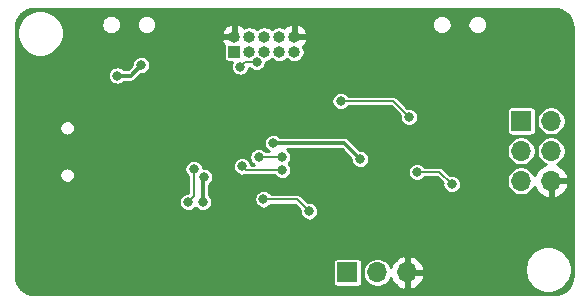
<source format=gbl>
%TF.GenerationSoftware,KiCad,Pcbnew,(5.1.10-1-10_14)*%
%TF.CreationDate,2021-09-25T17:03:40-04:00*%
%TF.ProjectId,WetProgrammer,57657450-726f-4677-9261-6d6d65722e6b,rev?*%
%TF.SameCoordinates,Original*%
%TF.FileFunction,Copper,L2,Bot*%
%TF.FilePolarity,Positive*%
%FSLAX46Y46*%
G04 Gerber Fmt 4.6, Leading zero omitted, Abs format (unit mm)*
G04 Created by KiCad (PCBNEW (5.1.10-1-10_14)) date 2021-09-25 17:03:40*
%MOMM*%
%LPD*%
G01*
G04 APERTURE LIST*
%TA.AperFunction,ComponentPad*%
%ADD10O,1.700000X1.700000*%
%TD*%
%TA.AperFunction,ComponentPad*%
%ADD11R,1.700000X1.700000*%
%TD*%
%TA.AperFunction,ComponentPad*%
%ADD12R,1.000000X1.000000*%
%TD*%
%TA.AperFunction,ComponentPad*%
%ADD13O,1.000000X1.000000*%
%TD*%
%TA.AperFunction,ViaPad*%
%ADD14C,0.800000*%
%TD*%
%TA.AperFunction,Conductor*%
%ADD15C,0.304800*%
%TD*%
%TA.AperFunction,Conductor*%
%ADD16C,0.152400*%
%TD*%
%TA.AperFunction,Conductor*%
%ADD17C,0.254000*%
%TD*%
%TA.AperFunction,Conductor*%
%ADD18C,0.100000*%
%TD*%
G04 APERTURE END LIST*
D10*
%TO.P,J2,6*%
%TO.N,GND*%
X45750000Y10000000D03*
%TO.P,J2,5*%
%TO.N,/DutRst*%
X43210000Y10000000D03*
%TO.P,J2,4*%
%TO.N,Net-(J2-Pad4)*%
X45750000Y12540000D03*
%TO.P,J2,3*%
%TO.N,Net-(J2-Pad3)*%
X43210000Y12540000D03*
%TO.P,J2,2*%
%TO.N,/VProg*%
X45750000Y15080000D03*
D11*
%TO.P,J2,1*%
%TO.N,Net-(J2-Pad1)*%
X43210000Y15080000D03*
%TD*%
D12*
%TO.P,JPROG1,1*%
%TO.N,/TCK*%
X18923000Y20955000D03*
D13*
%TO.P,JPROG1,2*%
%TO.N,GND*%
X18923000Y22225000D03*
%TO.P,JPROG1,3*%
%TO.N,/TDO*%
X20193000Y20955000D03*
%TO.P,JPROG1,4*%
%TO.N,VCC*%
X20193000Y22225000D03*
%TO.P,JPROG1,5*%
%TO.N,/TMS*%
X21463000Y20955000D03*
%TO.P,JPROG1,6*%
%TO.N,/RstP*%
X21463000Y22225000D03*
%TO.P,JPROG1,7*%
%TO.N,Net-(JPROG1-Pad7)*%
X22733000Y20955000D03*
%TO.P,JPROG1,8*%
%TO.N,Net-(JPROG1-Pad8)*%
X22733000Y22225000D03*
%TO.P,JPROG1,9*%
%TO.N,/TDI*%
X24003000Y20955000D03*
%TO.P,JPROG1,10*%
%TO.N,GND*%
X24003000Y22225000D03*
%TD*%
D10*
%TO.P,J3,3*%
%TO.N,GND*%
X33580000Y2250000D03*
%TO.P,J3,2*%
%TO.N,/RXI*%
X31040000Y2250000D03*
D11*
%TO.P,J3,1*%
%TO.N,/TXO*%
X28500000Y2250000D03*
%TD*%
D14*
%TO.N,GND*%
X38000000Y23241000D03*
X1000000Y12500000D03*
X1000000Y8500000D03*
X1000000Y16500000D03*
X1000000Y17500000D03*
X1000000Y15500000D03*
X1000000Y9500000D03*
X1000000Y7500000D03*
X6500000Y7500000D03*
X5500000Y7500000D03*
X4500000Y7500000D03*
X25865835Y8489407D03*
X29567062Y9737790D03*
X33909562Y11817461D03*
X17438386Y8127781D03*
X4500000Y17500000D03*
X5500000Y17500000D03*
X6500000Y17500000D03*
X22230282Y19497828D03*
X8826500Y2382000D03*
X8763000Y1048498D03*
X11675000Y13250000D03*
X19456400Y3708400D03*
X23977600Y1879600D03*
X15684500Y21421790D03*
X10058400Y23164800D03*
%TO.N,VCC*%
X29591000Y11874500D03*
X16256000Y8213790D03*
X22225000Y13208000D03*
X16383000Y10347390D03*
%TO.N,+3V3*%
X9017000Y18923000D03*
X11049000Y19812000D03*
%TO.N,/DutRst*%
X34388764Y10757140D03*
X37338000Y9721269D03*
X22987000Y10922000D03*
X19573563Y11242610D03*
%TO.N,Net-(JP2-Pad1)*%
X33718500Y15430500D03*
X27940000Y16764000D03*
%TO.N,/MISO*%
X21399500Y8445500D03*
X25273000Y7429500D03*
%TO.N,/RstP*%
X22961600Y12039600D03*
X20980400Y12039600D03*
X15494000Y11023600D03*
X15036800Y8229600D03*
%TO.N,/TMS*%
X20819132Y20050587D03*
X19431000Y19685000D03*
%TD*%
D15*
%TO.N,VCC*%
X16256000Y8213790D02*
X16256000Y10223500D01*
X22225000Y13208000D02*
X28257500Y13208000D01*
X28257500Y13208000D02*
X29591000Y11874500D01*
D16*
X16379890Y10347390D02*
X16383000Y10347390D01*
X16256000Y10223500D02*
X16379890Y10347390D01*
D15*
%TO.N,+3V3*%
X10160000Y18923000D02*
X11049000Y19812000D01*
X9017000Y18923000D02*
X10160000Y18923000D01*
D16*
%TO.N,/DutRst*%
X37338000Y9721269D02*
X36302129Y10757140D01*
X36302129Y10757140D02*
X34388764Y10757140D01*
X19894173Y10922000D02*
X19573563Y11242610D01*
X22987000Y10922000D02*
X19894173Y10922000D01*
%TO.N,Net-(JP2-Pad1)*%
X32385000Y16764000D02*
X33718500Y15430500D01*
X27940000Y16764000D02*
X32385000Y16764000D01*
%TO.N,/MISO*%
X24257000Y8445500D02*
X25273000Y7429500D01*
X21399500Y8445500D02*
X24257000Y8445500D01*
%TO.N,/RstP*%
X22961600Y12039600D02*
X20980400Y12039600D01*
X15494000Y8686800D02*
X15036800Y8229600D01*
X15494000Y11023600D02*
X15494000Y8686800D01*
%TO.N,/TMS*%
X19796587Y20050587D02*
X19431000Y19685000D01*
X20819132Y20050587D02*
X19796587Y20050587D01*
%TD*%
D17*
%TO.N,GND*%
X46309229Y24561733D02*
X46606688Y24471925D01*
X46881028Y24326055D01*
X47121813Y24129675D01*
X47319873Y23890264D01*
X47467654Y23616947D01*
X47559535Y23320128D01*
X47594001Y22992208D01*
X47594000Y2019854D01*
X47561733Y1690770D01*
X47471926Y1393316D01*
X47326056Y1118975D01*
X47129675Y878187D01*
X46890265Y680129D01*
X46616948Y532346D01*
X46320128Y440465D01*
X45992218Y406000D01*
X2019854Y406000D01*
X1690770Y438267D01*
X1393316Y528074D01*
X1118975Y673944D01*
X878187Y870325D01*
X680129Y1109735D01*
X532346Y1383052D01*
X440465Y1679872D01*
X406000Y2007782D01*
X406000Y3100000D01*
X27267157Y3100000D01*
X27267157Y1400000D01*
X27274513Y1325311D01*
X27296299Y1253492D01*
X27331678Y1187304D01*
X27379289Y1129289D01*
X27437304Y1081678D01*
X27503492Y1046299D01*
X27575311Y1024513D01*
X27650000Y1017157D01*
X29350000Y1017157D01*
X29424689Y1024513D01*
X29496508Y1046299D01*
X29562696Y1081678D01*
X29620711Y1129289D01*
X29668322Y1187304D01*
X29703701Y1253492D01*
X29725487Y1325311D01*
X29732843Y1400000D01*
X29732843Y2371243D01*
X29809000Y2371243D01*
X29809000Y2128757D01*
X29856307Y1890931D01*
X29949102Y1666903D01*
X30083820Y1465283D01*
X30255283Y1293820D01*
X30456903Y1159102D01*
X30680931Y1066307D01*
X30918757Y1019000D01*
X31161243Y1019000D01*
X31399069Y1066307D01*
X31623097Y1159102D01*
X31824717Y1293820D01*
X31996180Y1465283D01*
X32130898Y1666903D01*
X32178228Y1781168D01*
X32235843Y1618748D01*
X32384822Y1368645D01*
X32579731Y1152412D01*
X32813080Y978359D01*
X33075901Y853175D01*
X33223110Y808524D01*
X33453000Y929845D01*
X33453000Y2123000D01*
X33707000Y2123000D01*
X33707000Y929845D01*
X33936890Y808524D01*
X34084099Y853175D01*
X34346920Y978359D01*
X34580269Y1152412D01*
X34775178Y1368645D01*
X34924157Y1618748D01*
X35021481Y1893109D01*
X34900814Y2123000D01*
X33707000Y2123000D01*
X33453000Y2123000D01*
X33433000Y2123000D01*
X33433000Y2377000D01*
X33453000Y2377000D01*
X33453000Y3570155D01*
X33707000Y3570155D01*
X33707000Y2377000D01*
X34900814Y2377000D01*
X35021481Y2606891D01*
X34990187Y2695111D01*
X43519000Y2695111D01*
X43519000Y2304889D01*
X43595129Y1922164D01*
X43744461Y1561645D01*
X43961257Y1237186D01*
X44237186Y961257D01*
X44561645Y744461D01*
X44922164Y595129D01*
X45304889Y519000D01*
X45695111Y519000D01*
X46077836Y595129D01*
X46438355Y744461D01*
X46762814Y961257D01*
X47038743Y1237186D01*
X47255539Y1561645D01*
X47404871Y1922164D01*
X47481000Y2304889D01*
X47481000Y2695111D01*
X47404871Y3077836D01*
X47255539Y3438355D01*
X47038743Y3762814D01*
X46762814Y4038743D01*
X46438355Y4255539D01*
X46077836Y4404871D01*
X45695111Y4481000D01*
X45304889Y4481000D01*
X44922164Y4404871D01*
X44561645Y4255539D01*
X44237186Y4038743D01*
X43961257Y3762814D01*
X43744461Y3438355D01*
X43595129Y3077836D01*
X43519000Y2695111D01*
X34990187Y2695111D01*
X34924157Y2881252D01*
X34775178Y3131355D01*
X34580269Y3347588D01*
X34346920Y3521641D01*
X34084099Y3646825D01*
X33936890Y3691476D01*
X33707000Y3570155D01*
X33453000Y3570155D01*
X33223110Y3691476D01*
X33075901Y3646825D01*
X32813080Y3521641D01*
X32579731Y3347588D01*
X32384822Y3131355D01*
X32235843Y2881252D01*
X32178228Y2718832D01*
X32130898Y2833097D01*
X31996180Y3034717D01*
X31824717Y3206180D01*
X31623097Y3340898D01*
X31399069Y3433693D01*
X31161243Y3481000D01*
X30918757Y3481000D01*
X30680931Y3433693D01*
X30456903Y3340898D01*
X30255283Y3206180D01*
X30083820Y3034717D01*
X29949102Y2833097D01*
X29856307Y2609069D01*
X29809000Y2371243D01*
X29732843Y2371243D01*
X29732843Y3100000D01*
X29725487Y3174689D01*
X29703701Y3246508D01*
X29668322Y3312696D01*
X29620711Y3370711D01*
X29562696Y3418322D01*
X29496508Y3453701D01*
X29424689Y3475487D01*
X29350000Y3482843D01*
X27650000Y3482843D01*
X27575311Y3475487D01*
X27503492Y3453701D01*
X27437304Y3418322D01*
X27379289Y3370711D01*
X27331678Y3312696D01*
X27296299Y3246508D01*
X27274513Y3174689D01*
X27267157Y3100000D01*
X406000Y3100000D01*
X406000Y8306522D01*
X14255800Y8306522D01*
X14255800Y8152678D01*
X14285813Y8001791D01*
X14344687Y7859658D01*
X14430158Y7731741D01*
X14538941Y7622958D01*
X14666858Y7537487D01*
X14808991Y7478613D01*
X14959878Y7448600D01*
X15113722Y7448600D01*
X15264609Y7478613D01*
X15406742Y7537487D01*
X15534659Y7622958D01*
X15640656Y7728955D01*
X15649358Y7715931D01*
X15758141Y7607148D01*
X15886058Y7521677D01*
X16028191Y7462803D01*
X16179078Y7432790D01*
X16332922Y7432790D01*
X16483809Y7462803D01*
X16625942Y7521677D01*
X16753859Y7607148D01*
X16862642Y7715931D01*
X16948113Y7843848D01*
X17006987Y7985981D01*
X17037000Y8136868D01*
X17037000Y8290712D01*
X17006987Y8441599D01*
X16973509Y8522422D01*
X20618500Y8522422D01*
X20618500Y8368578D01*
X20648513Y8217691D01*
X20707387Y8075558D01*
X20792858Y7947641D01*
X20901641Y7838858D01*
X21029558Y7753387D01*
X21171691Y7694513D01*
X21322578Y7664500D01*
X21476422Y7664500D01*
X21627309Y7694513D01*
X21769442Y7753387D01*
X21897359Y7838858D01*
X22006142Y7947641D01*
X22033309Y7988300D01*
X24067623Y7988300D01*
X24501540Y7554383D01*
X24492000Y7506422D01*
X24492000Y7352578D01*
X24522013Y7201691D01*
X24580887Y7059558D01*
X24666358Y6931641D01*
X24775141Y6822858D01*
X24903058Y6737387D01*
X25045191Y6678513D01*
X25196078Y6648500D01*
X25349922Y6648500D01*
X25500809Y6678513D01*
X25642942Y6737387D01*
X25770859Y6822858D01*
X25879642Y6931641D01*
X25965113Y7059558D01*
X26023987Y7201691D01*
X26054000Y7352578D01*
X26054000Y7506422D01*
X26023987Y7657309D01*
X25965113Y7799442D01*
X25879642Y7927359D01*
X25770859Y8036142D01*
X25642942Y8121613D01*
X25500809Y8180487D01*
X25349922Y8210500D01*
X25196078Y8210500D01*
X25148117Y8200960D01*
X24596174Y8752903D01*
X24581853Y8770353D01*
X24512236Y8827487D01*
X24432809Y8869941D01*
X24346627Y8896085D01*
X24279460Y8902700D01*
X24279450Y8902700D01*
X24257000Y8904911D01*
X24234550Y8902700D01*
X22033309Y8902700D01*
X22006142Y8943359D01*
X21897359Y9052142D01*
X21769442Y9137613D01*
X21627309Y9196487D01*
X21476422Y9226500D01*
X21322578Y9226500D01*
X21171691Y9196487D01*
X21029558Y9137613D01*
X20901641Y9052142D01*
X20792858Y8943359D01*
X20707387Y8815442D01*
X20648513Y8673309D01*
X20618500Y8522422D01*
X16973509Y8522422D01*
X16948113Y8583732D01*
X16862642Y8711649D01*
X16789400Y8784891D01*
X16789400Y9679637D01*
X16880859Y9740748D01*
X16989642Y9849531D01*
X17075113Y9977448D01*
X17133987Y10119581D01*
X17164000Y10270468D01*
X17164000Y10424312D01*
X17133987Y10575199D01*
X17075113Y10717332D01*
X16989642Y10845249D01*
X16880859Y10954032D01*
X16752942Y11039503D01*
X16610809Y11098377D01*
X16459922Y11128390D01*
X16306078Y11128390D01*
X16270851Y11121383D01*
X16244987Y11251409D01*
X16216770Y11319532D01*
X18792563Y11319532D01*
X18792563Y11165688D01*
X18822576Y11014801D01*
X18881450Y10872668D01*
X18966921Y10744751D01*
X19075704Y10635968D01*
X19203621Y10550497D01*
X19345754Y10491623D01*
X19496641Y10461610D01*
X19650485Y10461610D01*
X19763056Y10484001D01*
X19804546Y10471415D01*
X19871713Y10464800D01*
X19871722Y10464800D01*
X19894172Y10462589D01*
X19916622Y10464800D01*
X22353191Y10464800D01*
X22380358Y10424141D01*
X22489141Y10315358D01*
X22617058Y10229887D01*
X22759191Y10171013D01*
X22910078Y10141000D01*
X23063922Y10141000D01*
X23214809Y10171013D01*
X23356942Y10229887D01*
X23484859Y10315358D01*
X23593642Y10424141D01*
X23679113Y10552058D01*
X23737987Y10694191D01*
X23765808Y10834062D01*
X33607764Y10834062D01*
X33607764Y10680218D01*
X33637777Y10529331D01*
X33696651Y10387198D01*
X33782122Y10259281D01*
X33890905Y10150498D01*
X34018822Y10065027D01*
X34160955Y10006153D01*
X34311842Y9976140D01*
X34465686Y9976140D01*
X34616573Y10006153D01*
X34758706Y10065027D01*
X34886623Y10150498D01*
X34995406Y10259281D01*
X35022573Y10299940D01*
X36112752Y10299940D01*
X36566540Y9846152D01*
X36557000Y9798191D01*
X36557000Y9644347D01*
X36587013Y9493460D01*
X36645887Y9351327D01*
X36731358Y9223410D01*
X36840141Y9114627D01*
X36968058Y9029156D01*
X37110191Y8970282D01*
X37261078Y8940269D01*
X37414922Y8940269D01*
X37565809Y8970282D01*
X37707942Y9029156D01*
X37835859Y9114627D01*
X37944642Y9223410D01*
X38030113Y9351327D01*
X38088987Y9493460D01*
X38119000Y9644347D01*
X38119000Y9798191D01*
X38088987Y9949078D01*
X38030113Y10091211D01*
X38010047Y10121243D01*
X41979000Y10121243D01*
X41979000Y9878757D01*
X42026307Y9640931D01*
X42119102Y9416903D01*
X42253820Y9215283D01*
X42425283Y9043820D01*
X42626903Y8909102D01*
X42850931Y8816307D01*
X43088757Y8769000D01*
X43331243Y8769000D01*
X43569069Y8816307D01*
X43793097Y8909102D01*
X43994717Y9043820D01*
X44166180Y9215283D01*
X44300898Y9416903D01*
X44344909Y9523154D01*
X44353175Y9495901D01*
X44478359Y9233080D01*
X44652412Y8999731D01*
X44868645Y8804822D01*
X45118748Y8655843D01*
X45393109Y8558519D01*
X45623000Y8679186D01*
X45623000Y9873000D01*
X45877000Y9873000D01*
X45877000Y8679186D01*
X46106891Y8558519D01*
X46381252Y8655843D01*
X46631355Y8804822D01*
X46847588Y8999731D01*
X47021641Y9233080D01*
X47146825Y9495901D01*
X47191476Y9643110D01*
X47070155Y9873000D01*
X45877000Y9873000D01*
X45623000Y9873000D01*
X45603000Y9873000D01*
X45603000Y10127000D01*
X45623000Y10127000D01*
X45623000Y10147000D01*
X45877000Y10147000D01*
X45877000Y10127000D01*
X47070155Y10127000D01*
X47191476Y10356890D01*
X47146825Y10504099D01*
X47021641Y10766920D01*
X46847588Y11000269D01*
X46631355Y11195178D01*
X46381252Y11344157D01*
X46218832Y11401772D01*
X46333097Y11449102D01*
X46534717Y11583820D01*
X46706180Y11755283D01*
X46840898Y11956903D01*
X46933693Y12180931D01*
X46981000Y12418757D01*
X46981000Y12661243D01*
X46933693Y12899069D01*
X46840898Y13123097D01*
X46706180Y13324717D01*
X46534717Y13496180D01*
X46333097Y13630898D01*
X46109069Y13723693D01*
X45871243Y13771000D01*
X45628757Y13771000D01*
X45390931Y13723693D01*
X45166903Y13630898D01*
X44965283Y13496180D01*
X44793820Y13324717D01*
X44659102Y13123097D01*
X44566307Y12899069D01*
X44519000Y12661243D01*
X44519000Y12418757D01*
X44566307Y12180931D01*
X44659102Y11956903D01*
X44793820Y11755283D01*
X44965283Y11583820D01*
X45166903Y11449102D01*
X45281168Y11401772D01*
X45118748Y11344157D01*
X44868645Y11195178D01*
X44652412Y11000269D01*
X44478359Y10766920D01*
X44353175Y10504099D01*
X44344909Y10476846D01*
X44300898Y10583097D01*
X44166180Y10784717D01*
X43994717Y10956180D01*
X43793097Y11090898D01*
X43569069Y11183693D01*
X43331243Y11231000D01*
X43088757Y11231000D01*
X42850931Y11183693D01*
X42626903Y11090898D01*
X42425283Y10956180D01*
X42253820Y10784717D01*
X42119102Y10583097D01*
X42026307Y10359069D01*
X41979000Y10121243D01*
X38010047Y10121243D01*
X37944642Y10219128D01*
X37835859Y10327911D01*
X37707942Y10413382D01*
X37565809Y10472256D01*
X37414922Y10502269D01*
X37261078Y10502269D01*
X37213117Y10492729D01*
X36641303Y11064543D01*
X36626982Y11081993D01*
X36557365Y11139127D01*
X36477938Y11181581D01*
X36391756Y11207725D01*
X36324589Y11214340D01*
X36324579Y11214340D01*
X36302129Y11216551D01*
X36279679Y11214340D01*
X35022573Y11214340D01*
X34995406Y11254999D01*
X34886623Y11363782D01*
X34758706Y11449253D01*
X34616573Y11508127D01*
X34465686Y11538140D01*
X34311842Y11538140D01*
X34160955Y11508127D01*
X34018822Y11449253D01*
X33890905Y11363782D01*
X33782122Y11254999D01*
X33696651Y11127082D01*
X33637777Y10984949D01*
X33607764Y10834062D01*
X23765808Y10834062D01*
X23768000Y10845078D01*
X23768000Y10998922D01*
X23737987Y11149809D01*
X23679113Y11291942D01*
X23593642Y11419859D01*
X23520001Y11493500D01*
X23568242Y11541741D01*
X23653713Y11669658D01*
X23712587Y11811791D01*
X23742600Y11962678D01*
X23742600Y12116522D01*
X23712587Y12267409D01*
X23653713Y12409542D01*
X23568242Y12537459D01*
X23459459Y12646242D01*
X23417018Y12674600D01*
X28036559Y12674600D01*
X28810000Y11901159D01*
X28810000Y11797578D01*
X28840013Y11646691D01*
X28898887Y11504558D01*
X28984358Y11376641D01*
X29093141Y11267858D01*
X29221058Y11182387D01*
X29363191Y11123513D01*
X29514078Y11093500D01*
X29667922Y11093500D01*
X29818809Y11123513D01*
X29960942Y11182387D01*
X30088859Y11267858D01*
X30197642Y11376641D01*
X30283113Y11504558D01*
X30341987Y11646691D01*
X30372000Y11797578D01*
X30372000Y11951422D01*
X30341987Y12102309D01*
X30283113Y12244442D01*
X30197642Y12372359D01*
X30088859Y12481142D01*
X29960942Y12566613D01*
X29818809Y12625487D01*
X29667922Y12655500D01*
X29564341Y12655500D01*
X29558598Y12661243D01*
X41979000Y12661243D01*
X41979000Y12418757D01*
X42026307Y12180931D01*
X42119102Y11956903D01*
X42253820Y11755283D01*
X42425283Y11583820D01*
X42626903Y11449102D01*
X42850931Y11356307D01*
X43088757Y11309000D01*
X43331243Y11309000D01*
X43569069Y11356307D01*
X43793097Y11449102D01*
X43994717Y11583820D01*
X44166180Y11755283D01*
X44300898Y11956903D01*
X44393693Y12180931D01*
X44441000Y12418757D01*
X44441000Y12661243D01*
X44393693Y12899069D01*
X44300898Y13123097D01*
X44166180Y13324717D01*
X43994717Y13496180D01*
X43793097Y13630898D01*
X43569069Y13723693D01*
X43331243Y13771000D01*
X43088757Y13771000D01*
X42850931Y13723693D01*
X42626903Y13630898D01*
X42425283Y13496180D01*
X42253820Y13324717D01*
X42119102Y13123097D01*
X42026307Y12899069D01*
X41979000Y12661243D01*
X29558598Y12661243D01*
X28653196Y13566645D01*
X28636495Y13586995D01*
X28555275Y13653651D01*
X28462611Y13703181D01*
X28362065Y13733681D01*
X28283695Y13741400D01*
X28283687Y13741400D01*
X28257500Y13743979D01*
X28231313Y13741400D01*
X22796101Y13741400D01*
X22722859Y13814642D01*
X22594942Y13900113D01*
X22452809Y13958987D01*
X22301922Y13989000D01*
X22148078Y13989000D01*
X21997191Y13958987D01*
X21855058Y13900113D01*
X21727141Y13814642D01*
X21618358Y13705859D01*
X21532887Y13577942D01*
X21474013Y13435809D01*
X21444000Y13284922D01*
X21444000Y13131078D01*
X21474013Y12980191D01*
X21532887Y12838058D01*
X21618358Y12710141D01*
X21727141Y12601358D01*
X21855058Y12515887D01*
X21901138Y12496800D01*
X21614209Y12496800D01*
X21587042Y12537459D01*
X21478259Y12646242D01*
X21350342Y12731713D01*
X21208209Y12790587D01*
X21057322Y12820600D01*
X20903478Y12820600D01*
X20752591Y12790587D01*
X20610458Y12731713D01*
X20482541Y12646242D01*
X20373758Y12537459D01*
X20288287Y12409542D01*
X20229413Y12267409D01*
X20199400Y12116522D01*
X20199400Y11962678D01*
X20229413Y11811791D01*
X20288287Y11669658D01*
X20373758Y11541741D01*
X20482541Y11432958D01*
X20562996Y11379200D01*
X20342694Y11379200D01*
X20324550Y11470419D01*
X20265676Y11612552D01*
X20180205Y11740469D01*
X20071422Y11849252D01*
X19943505Y11934723D01*
X19801372Y11993597D01*
X19650485Y12023610D01*
X19496641Y12023610D01*
X19345754Y11993597D01*
X19203621Y11934723D01*
X19075704Y11849252D01*
X18966921Y11740469D01*
X18881450Y11612552D01*
X18822576Y11470419D01*
X18792563Y11319532D01*
X16216770Y11319532D01*
X16186113Y11393542D01*
X16100642Y11521459D01*
X15991859Y11630242D01*
X15863942Y11715713D01*
X15721809Y11774587D01*
X15570922Y11804600D01*
X15417078Y11804600D01*
X15266191Y11774587D01*
X15124058Y11715713D01*
X14996141Y11630242D01*
X14887358Y11521459D01*
X14801887Y11393542D01*
X14743013Y11251409D01*
X14713000Y11100522D01*
X14713000Y10946678D01*
X14743013Y10795791D01*
X14801887Y10653658D01*
X14887358Y10525741D01*
X14996141Y10416958D01*
X15036800Y10389790D01*
X15036801Y9010600D01*
X14959878Y9010600D01*
X14808991Y8980587D01*
X14666858Y8921713D01*
X14538941Y8836242D01*
X14430158Y8727459D01*
X14344687Y8599542D01*
X14285813Y8457409D01*
X14255800Y8306522D01*
X406000Y8306522D01*
X406000Y10564610D01*
X4124000Y10564610D01*
X4124000Y10435390D01*
X4149210Y10308652D01*
X4198660Y10189268D01*
X4270452Y10081824D01*
X4361824Y9990452D01*
X4469268Y9918660D01*
X4588652Y9869210D01*
X4715390Y9844000D01*
X4844610Y9844000D01*
X4971348Y9869210D01*
X5090732Y9918660D01*
X5198176Y9990452D01*
X5289548Y10081824D01*
X5361340Y10189268D01*
X5410790Y10308652D01*
X5436000Y10435390D01*
X5436000Y10564610D01*
X5410790Y10691348D01*
X5361340Y10810732D01*
X5289548Y10918176D01*
X5198176Y11009548D01*
X5090732Y11081340D01*
X4971348Y11130790D01*
X4844610Y11156000D01*
X4715390Y11156000D01*
X4588652Y11130790D01*
X4469268Y11081340D01*
X4361824Y11009548D01*
X4270452Y10918176D01*
X4198660Y10810732D01*
X4149210Y10691348D01*
X4124000Y10564610D01*
X406000Y10564610D01*
X406000Y14564610D01*
X4124000Y14564610D01*
X4124000Y14435390D01*
X4149210Y14308652D01*
X4198660Y14189268D01*
X4270452Y14081824D01*
X4361824Y13990452D01*
X4469268Y13918660D01*
X4588652Y13869210D01*
X4715390Y13844000D01*
X4844610Y13844000D01*
X4971348Y13869210D01*
X5090732Y13918660D01*
X5198176Y13990452D01*
X5289548Y14081824D01*
X5361340Y14189268D01*
X5410790Y14308652D01*
X5436000Y14435390D01*
X5436000Y14564610D01*
X5410790Y14691348D01*
X5361340Y14810732D01*
X5289548Y14918176D01*
X5198176Y15009548D01*
X5090732Y15081340D01*
X4971348Y15130790D01*
X4844610Y15156000D01*
X4715390Y15156000D01*
X4588652Y15130790D01*
X4469268Y15081340D01*
X4361824Y15009548D01*
X4270452Y14918176D01*
X4198660Y14810732D01*
X4149210Y14691348D01*
X4124000Y14564610D01*
X406000Y14564610D01*
X406000Y16840922D01*
X27159000Y16840922D01*
X27159000Y16687078D01*
X27189013Y16536191D01*
X27247887Y16394058D01*
X27333358Y16266141D01*
X27442141Y16157358D01*
X27570058Y16071887D01*
X27712191Y16013013D01*
X27863078Y15983000D01*
X28016922Y15983000D01*
X28167809Y16013013D01*
X28309942Y16071887D01*
X28437859Y16157358D01*
X28546642Y16266141D01*
X28573809Y16306800D01*
X32195623Y16306800D01*
X32947040Y15555382D01*
X32937500Y15507422D01*
X32937500Y15353578D01*
X32967513Y15202691D01*
X33026387Y15060558D01*
X33111858Y14932641D01*
X33220641Y14823858D01*
X33348558Y14738387D01*
X33490691Y14679513D01*
X33641578Y14649500D01*
X33795422Y14649500D01*
X33946309Y14679513D01*
X34088442Y14738387D01*
X34216359Y14823858D01*
X34325142Y14932641D01*
X34410613Y15060558D01*
X34469487Y15202691D01*
X34499500Y15353578D01*
X34499500Y15507422D01*
X34469487Y15658309D01*
X34410613Y15800442D01*
X34325142Y15928359D01*
X34323501Y15930000D01*
X41977157Y15930000D01*
X41977157Y14230000D01*
X41984513Y14155311D01*
X42006299Y14083492D01*
X42041678Y14017304D01*
X42089289Y13959289D01*
X42147304Y13911678D01*
X42213492Y13876299D01*
X42285311Y13854513D01*
X42360000Y13847157D01*
X44060000Y13847157D01*
X44134689Y13854513D01*
X44206508Y13876299D01*
X44272696Y13911678D01*
X44330711Y13959289D01*
X44378322Y14017304D01*
X44413701Y14083492D01*
X44435487Y14155311D01*
X44442843Y14230000D01*
X44442843Y15201243D01*
X44519000Y15201243D01*
X44519000Y14958757D01*
X44566307Y14720931D01*
X44659102Y14496903D01*
X44793820Y14295283D01*
X44965283Y14123820D01*
X45166903Y13989102D01*
X45390931Y13896307D01*
X45628757Y13849000D01*
X45871243Y13849000D01*
X46109069Y13896307D01*
X46333097Y13989102D01*
X46534717Y14123820D01*
X46706180Y14295283D01*
X46840898Y14496903D01*
X46933693Y14720931D01*
X46981000Y14958757D01*
X46981000Y15201243D01*
X46933693Y15439069D01*
X46840898Y15663097D01*
X46706180Y15864717D01*
X46534717Y16036180D01*
X46333097Y16170898D01*
X46109069Y16263693D01*
X45871243Y16311000D01*
X45628757Y16311000D01*
X45390931Y16263693D01*
X45166903Y16170898D01*
X44965283Y16036180D01*
X44793820Y15864717D01*
X44659102Y15663097D01*
X44566307Y15439069D01*
X44519000Y15201243D01*
X44442843Y15201243D01*
X44442843Y15930000D01*
X44435487Y16004689D01*
X44413701Y16076508D01*
X44378322Y16142696D01*
X44330711Y16200711D01*
X44272696Y16248322D01*
X44206508Y16283701D01*
X44134689Y16305487D01*
X44060000Y16312843D01*
X42360000Y16312843D01*
X42285311Y16305487D01*
X42213492Y16283701D01*
X42147304Y16248322D01*
X42089289Y16200711D01*
X42041678Y16142696D01*
X42006299Y16076508D01*
X41984513Y16004689D01*
X41977157Y15930000D01*
X34323501Y15930000D01*
X34216359Y16037142D01*
X34088442Y16122613D01*
X33946309Y16181487D01*
X33795422Y16211500D01*
X33641578Y16211500D01*
X33593618Y16201960D01*
X32724174Y17071403D01*
X32709853Y17088853D01*
X32640236Y17145987D01*
X32560809Y17188441D01*
X32474627Y17214585D01*
X32407460Y17221200D01*
X32407450Y17221200D01*
X32385000Y17223411D01*
X32362550Y17221200D01*
X28573809Y17221200D01*
X28546642Y17261859D01*
X28437859Y17370642D01*
X28309942Y17456113D01*
X28167809Y17514987D01*
X28016922Y17545000D01*
X27863078Y17545000D01*
X27712191Y17514987D01*
X27570058Y17456113D01*
X27442141Y17370642D01*
X27333358Y17261859D01*
X27247887Y17133942D01*
X27189013Y16991809D01*
X27159000Y16840922D01*
X406000Y16840922D01*
X406000Y18999922D01*
X8236000Y18999922D01*
X8236000Y18846078D01*
X8266013Y18695191D01*
X8324887Y18553058D01*
X8410358Y18425141D01*
X8519141Y18316358D01*
X8647058Y18230887D01*
X8789191Y18172013D01*
X8940078Y18142000D01*
X9093922Y18142000D01*
X9244809Y18172013D01*
X9386942Y18230887D01*
X9514859Y18316358D01*
X9588101Y18389600D01*
X10133813Y18389600D01*
X10160000Y18387021D01*
X10186187Y18389600D01*
X10186195Y18389600D01*
X10264565Y18397319D01*
X10365111Y18427819D01*
X10457775Y18477349D01*
X10538995Y18544005D01*
X10555696Y18564355D01*
X11022341Y19031000D01*
X11125922Y19031000D01*
X11276809Y19061013D01*
X11418942Y19119887D01*
X11546859Y19205358D01*
X11655642Y19314141D01*
X11741113Y19442058D01*
X11799987Y19584191D01*
X11830000Y19735078D01*
X11830000Y19888922D01*
X11799987Y20039809D01*
X11741113Y20181942D01*
X11655642Y20309859D01*
X11546859Y20418642D01*
X11418942Y20504113D01*
X11276809Y20562987D01*
X11125922Y20593000D01*
X10972078Y20593000D01*
X10821191Y20562987D01*
X10679058Y20504113D01*
X10551141Y20418642D01*
X10442358Y20309859D01*
X10356887Y20181942D01*
X10298013Y20039809D01*
X10268000Y19888922D01*
X10268000Y19785341D01*
X9939059Y19456400D01*
X9588101Y19456400D01*
X9514859Y19529642D01*
X9386942Y19615113D01*
X9244809Y19673987D01*
X9093922Y19704000D01*
X8940078Y19704000D01*
X8789191Y19673987D01*
X8647058Y19615113D01*
X8519141Y19529642D01*
X8410358Y19420859D01*
X8324887Y19292942D01*
X8266013Y19150809D01*
X8236000Y18999922D01*
X406000Y18999922D01*
X406000Y22695111D01*
X519000Y22695111D01*
X519000Y22304889D01*
X595129Y21922164D01*
X744461Y21561645D01*
X961257Y21237186D01*
X1237186Y20961257D01*
X1561645Y20744461D01*
X1922164Y20595129D01*
X2304889Y20519000D01*
X2695111Y20519000D01*
X3077836Y20595129D01*
X3438355Y20744461D01*
X3762814Y20961257D01*
X4038743Y21237186D01*
X4255539Y21561645D01*
X4404871Y21922164D01*
X4405061Y21923124D01*
X17828874Y21923124D01*
X17908790Y21715471D01*
X18027682Y21527399D01*
X18045447Y21508711D01*
X18040157Y21455000D01*
X18040157Y20455000D01*
X18047513Y20380311D01*
X18069299Y20308492D01*
X18104678Y20242304D01*
X18152289Y20184289D01*
X18210304Y20136678D01*
X18276492Y20101299D01*
X18348311Y20079513D01*
X18423000Y20072157D01*
X18750390Y20072157D01*
X18738887Y20054942D01*
X18680013Y19912809D01*
X18650000Y19761922D01*
X18650000Y19608078D01*
X18680013Y19457191D01*
X18738887Y19315058D01*
X18824358Y19187141D01*
X18933141Y19078358D01*
X19061058Y18992887D01*
X19203191Y18934013D01*
X19354078Y18904000D01*
X19507922Y18904000D01*
X19658809Y18934013D01*
X19800942Y18992887D01*
X19928859Y19078358D01*
X20037642Y19187141D01*
X20123113Y19315058D01*
X20181987Y19457191D01*
X20203628Y19565990D01*
X20212490Y19552728D01*
X20321273Y19443945D01*
X20449190Y19358474D01*
X20591323Y19299600D01*
X20742210Y19269587D01*
X20896054Y19269587D01*
X21046941Y19299600D01*
X21189074Y19358474D01*
X21316991Y19443945D01*
X21425774Y19552728D01*
X21511245Y19680645D01*
X21570119Y19822778D01*
X21600132Y19973665D01*
X21600132Y20084017D01*
X21719978Y20107856D01*
X21880310Y20174268D01*
X22024605Y20270682D01*
X22098000Y20344077D01*
X22171395Y20270682D01*
X22315690Y20174268D01*
X22476022Y20107856D01*
X22646229Y20074000D01*
X22819771Y20074000D01*
X22989978Y20107856D01*
X23150310Y20174268D01*
X23294605Y20270682D01*
X23368000Y20344077D01*
X23441395Y20270682D01*
X23585690Y20174268D01*
X23746022Y20107856D01*
X23916229Y20074000D01*
X24089771Y20074000D01*
X24259978Y20107856D01*
X24420310Y20174268D01*
X24564605Y20270682D01*
X24687318Y20393395D01*
X24783732Y20537690D01*
X24850144Y20698022D01*
X24884000Y20868229D01*
X24884000Y21041771D01*
X24850144Y21211978D01*
X24783732Y21372310D01*
X24770176Y21392598D01*
X24898318Y21527399D01*
X25017210Y21715471D01*
X25097126Y21923124D01*
X24972129Y22098000D01*
X24130000Y22098000D01*
X24130000Y22078000D01*
X23876000Y22078000D01*
X23876000Y22098000D01*
X23856000Y22098000D01*
X23856000Y22352000D01*
X23876000Y22352000D01*
X23876000Y23192954D01*
X24130000Y23192954D01*
X24130000Y22352000D01*
X24972129Y22352000D01*
X25097126Y22526876D01*
X25017210Y22734529D01*
X24898318Y22922601D01*
X24745020Y23083865D01*
X24563206Y23212123D01*
X24359864Y23302446D01*
X24304874Y23319119D01*
X24130000Y23192954D01*
X23876000Y23192954D01*
X23701126Y23319119D01*
X23646136Y23302446D01*
X23442794Y23212123D01*
X23260980Y23083865D01*
X23172569Y22990859D01*
X23150310Y23005732D01*
X22989978Y23072144D01*
X22819771Y23106000D01*
X22646229Y23106000D01*
X22476022Y23072144D01*
X22315690Y23005732D01*
X22171395Y22909318D01*
X22098000Y22835923D01*
X22024605Y22909318D01*
X21880310Y23005732D01*
X21719978Y23072144D01*
X21549771Y23106000D01*
X21376229Y23106000D01*
X21206022Y23072144D01*
X21045690Y23005732D01*
X20901395Y22909318D01*
X20828000Y22835923D01*
X20754605Y22909318D01*
X20610310Y23005732D01*
X20449978Y23072144D01*
X20279771Y23106000D01*
X20106229Y23106000D01*
X19936022Y23072144D01*
X19775690Y23005732D01*
X19753431Y22990859D01*
X19665020Y23083865D01*
X19483206Y23212123D01*
X19279864Y23302446D01*
X19224874Y23319119D01*
X19050000Y23192954D01*
X19050000Y22352000D01*
X19070000Y22352000D01*
X19070000Y22098000D01*
X19050000Y22098000D01*
X19050000Y22078000D01*
X18796000Y22078000D01*
X18796000Y22098000D01*
X17953871Y22098000D01*
X17828874Y21923124D01*
X4405061Y21923124D01*
X4481000Y22304889D01*
X4481000Y22695111D01*
X4404871Y23077836D01*
X4303385Y23322846D01*
X7669000Y23322846D01*
X7669000Y23159154D01*
X7700935Y22998606D01*
X7763577Y22847374D01*
X7854520Y22711268D01*
X7970268Y22595520D01*
X8106374Y22504577D01*
X8257606Y22441935D01*
X8418154Y22410000D01*
X8581846Y22410000D01*
X8742394Y22441935D01*
X8893626Y22504577D01*
X9029732Y22595520D01*
X9145480Y22711268D01*
X9236423Y22847374D01*
X9299065Y22998606D01*
X9331000Y23159154D01*
X9331000Y23322846D01*
X10669000Y23322846D01*
X10669000Y23159154D01*
X10700935Y22998606D01*
X10763577Y22847374D01*
X10854520Y22711268D01*
X10970268Y22595520D01*
X11106374Y22504577D01*
X11257606Y22441935D01*
X11418154Y22410000D01*
X11581846Y22410000D01*
X11742394Y22441935D01*
X11893626Y22504577D01*
X11926998Y22526876D01*
X17828874Y22526876D01*
X17953871Y22352000D01*
X18796000Y22352000D01*
X18796000Y23192954D01*
X18621126Y23319119D01*
X18566136Y23302446D01*
X18362794Y23212123D01*
X18180980Y23083865D01*
X18027682Y22922601D01*
X17908790Y22734529D01*
X17828874Y22526876D01*
X11926998Y22526876D01*
X12029732Y22595520D01*
X12145480Y22711268D01*
X12236423Y22847374D01*
X12299065Y22998606D01*
X12331000Y23159154D01*
X12331000Y23322846D01*
X35669000Y23322846D01*
X35669000Y23159154D01*
X35700935Y22998606D01*
X35763577Y22847374D01*
X35854520Y22711268D01*
X35970268Y22595520D01*
X36106374Y22504577D01*
X36257606Y22441935D01*
X36418154Y22410000D01*
X36581846Y22410000D01*
X36742394Y22441935D01*
X36893626Y22504577D01*
X37029732Y22595520D01*
X37145480Y22711268D01*
X37236423Y22847374D01*
X37299065Y22998606D01*
X37331000Y23159154D01*
X37331000Y23322846D01*
X38669000Y23322846D01*
X38669000Y23159154D01*
X38700935Y22998606D01*
X38763577Y22847374D01*
X38854520Y22711268D01*
X38970268Y22595520D01*
X39106374Y22504577D01*
X39257606Y22441935D01*
X39418154Y22410000D01*
X39581846Y22410000D01*
X39742394Y22441935D01*
X39893626Y22504577D01*
X40029732Y22595520D01*
X40145480Y22711268D01*
X40236423Y22847374D01*
X40299065Y22998606D01*
X40331000Y23159154D01*
X40331000Y23322846D01*
X40299065Y23483394D01*
X40236423Y23634626D01*
X40145480Y23770732D01*
X40029732Y23886480D01*
X39893626Y23977423D01*
X39742394Y24040065D01*
X39581846Y24072000D01*
X39418154Y24072000D01*
X39257606Y24040065D01*
X39106374Y23977423D01*
X38970268Y23886480D01*
X38854520Y23770732D01*
X38763577Y23634626D01*
X38700935Y23483394D01*
X38669000Y23322846D01*
X37331000Y23322846D01*
X37299065Y23483394D01*
X37236423Y23634626D01*
X37145480Y23770732D01*
X37029732Y23886480D01*
X36893626Y23977423D01*
X36742394Y24040065D01*
X36581846Y24072000D01*
X36418154Y24072000D01*
X36257606Y24040065D01*
X36106374Y23977423D01*
X35970268Y23886480D01*
X35854520Y23770732D01*
X35763577Y23634626D01*
X35700935Y23483394D01*
X35669000Y23322846D01*
X12331000Y23322846D01*
X12299065Y23483394D01*
X12236423Y23634626D01*
X12145480Y23770732D01*
X12029732Y23886480D01*
X11893626Y23977423D01*
X11742394Y24040065D01*
X11581846Y24072000D01*
X11418154Y24072000D01*
X11257606Y24040065D01*
X11106374Y23977423D01*
X10970268Y23886480D01*
X10854520Y23770732D01*
X10763577Y23634626D01*
X10700935Y23483394D01*
X10669000Y23322846D01*
X9331000Y23322846D01*
X9299065Y23483394D01*
X9236423Y23634626D01*
X9145480Y23770732D01*
X9029732Y23886480D01*
X8893626Y23977423D01*
X8742394Y24040065D01*
X8581846Y24072000D01*
X8418154Y24072000D01*
X8257606Y24040065D01*
X8106374Y23977423D01*
X7970268Y23886480D01*
X7854520Y23770732D01*
X7763577Y23634626D01*
X7700935Y23483394D01*
X7669000Y23322846D01*
X4303385Y23322846D01*
X4255539Y23438355D01*
X4038743Y23762814D01*
X3762814Y24038743D01*
X3438355Y24255539D01*
X3077836Y24404871D01*
X2695111Y24481000D01*
X2304889Y24481000D01*
X1922164Y24404871D01*
X1561645Y24255539D01*
X1237186Y24038743D01*
X961257Y23762814D01*
X744461Y23438355D01*
X595129Y23077836D01*
X519000Y22695111D01*
X406000Y22695111D01*
X406000Y22980146D01*
X438267Y23309229D01*
X528075Y23606688D01*
X673945Y23881028D01*
X870325Y24121813D01*
X1109736Y24319873D01*
X1383053Y24467654D01*
X1679872Y24559535D01*
X2007782Y24594000D01*
X45980146Y24594000D01*
X46309229Y24561733D01*
%TA.AperFunction,Conductor*%
D18*
G36*
X46309229Y24561733D02*
G01*
X46606688Y24471925D01*
X46881028Y24326055D01*
X47121813Y24129675D01*
X47319873Y23890264D01*
X47467654Y23616947D01*
X47559535Y23320128D01*
X47594001Y22992208D01*
X47594000Y2019854D01*
X47561733Y1690770D01*
X47471926Y1393316D01*
X47326056Y1118975D01*
X47129675Y878187D01*
X46890265Y680129D01*
X46616948Y532346D01*
X46320128Y440465D01*
X45992218Y406000D01*
X2019854Y406000D01*
X1690770Y438267D01*
X1393316Y528074D01*
X1118975Y673944D01*
X878187Y870325D01*
X680129Y1109735D01*
X532346Y1383052D01*
X440465Y1679872D01*
X406000Y2007782D01*
X406000Y3100000D01*
X27267157Y3100000D01*
X27267157Y1400000D01*
X27274513Y1325311D01*
X27296299Y1253492D01*
X27331678Y1187304D01*
X27379289Y1129289D01*
X27437304Y1081678D01*
X27503492Y1046299D01*
X27575311Y1024513D01*
X27650000Y1017157D01*
X29350000Y1017157D01*
X29424689Y1024513D01*
X29496508Y1046299D01*
X29562696Y1081678D01*
X29620711Y1129289D01*
X29668322Y1187304D01*
X29703701Y1253492D01*
X29725487Y1325311D01*
X29732843Y1400000D01*
X29732843Y2371243D01*
X29809000Y2371243D01*
X29809000Y2128757D01*
X29856307Y1890931D01*
X29949102Y1666903D01*
X30083820Y1465283D01*
X30255283Y1293820D01*
X30456903Y1159102D01*
X30680931Y1066307D01*
X30918757Y1019000D01*
X31161243Y1019000D01*
X31399069Y1066307D01*
X31623097Y1159102D01*
X31824717Y1293820D01*
X31996180Y1465283D01*
X32130898Y1666903D01*
X32178228Y1781168D01*
X32235843Y1618748D01*
X32384822Y1368645D01*
X32579731Y1152412D01*
X32813080Y978359D01*
X33075901Y853175D01*
X33223110Y808524D01*
X33453000Y929845D01*
X33453000Y2123000D01*
X33707000Y2123000D01*
X33707000Y929845D01*
X33936890Y808524D01*
X34084099Y853175D01*
X34346920Y978359D01*
X34580269Y1152412D01*
X34775178Y1368645D01*
X34924157Y1618748D01*
X35021481Y1893109D01*
X34900814Y2123000D01*
X33707000Y2123000D01*
X33453000Y2123000D01*
X33433000Y2123000D01*
X33433000Y2377000D01*
X33453000Y2377000D01*
X33453000Y3570155D01*
X33707000Y3570155D01*
X33707000Y2377000D01*
X34900814Y2377000D01*
X35021481Y2606891D01*
X34990187Y2695111D01*
X43519000Y2695111D01*
X43519000Y2304889D01*
X43595129Y1922164D01*
X43744461Y1561645D01*
X43961257Y1237186D01*
X44237186Y961257D01*
X44561645Y744461D01*
X44922164Y595129D01*
X45304889Y519000D01*
X45695111Y519000D01*
X46077836Y595129D01*
X46438355Y744461D01*
X46762814Y961257D01*
X47038743Y1237186D01*
X47255539Y1561645D01*
X47404871Y1922164D01*
X47481000Y2304889D01*
X47481000Y2695111D01*
X47404871Y3077836D01*
X47255539Y3438355D01*
X47038743Y3762814D01*
X46762814Y4038743D01*
X46438355Y4255539D01*
X46077836Y4404871D01*
X45695111Y4481000D01*
X45304889Y4481000D01*
X44922164Y4404871D01*
X44561645Y4255539D01*
X44237186Y4038743D01*
X43961257Y3762814D01*
X43744461Y3438355D01*
X43595129Y3077836D01*
X43519000Y2695111D01*
X34990187Y2695111D01*
X34924157Y2881252D01*
X34775178Y3131355D01*
X34580269Y3347588D01*
X34346920Y3521641D01*
X34084099Y3646825D01*
X33936890Y3691476D01*
X33707000Y3570155D01*
X33453000Y3570155D01*
X33223110Y3691476D01*
X33075901Y3646825D01*
X32813080Y3521641D01*
X32579731Y3347588D01*
X32384822Y3131355D01*
X32235843Y2881252D01*
X32178228Y2718832D01*
X32130898Y2833097D01*
X31996180Y3034717D01*
X31824717Y3206180D01*
X31623097Y3340898D01*
X31399069Y3433693D01*
X31161243Y3481000D01*
X30918757Y3481000D01*
X30680931Y3433693D01*
X30456903Y3340898D01*
X30255283Y3206180D01*
X30083820Y3034717D01*
X29949102Y2833097D01*
X29856307Y2609069D01*
X29809000Y2371243D01*
X29732843Y2371243D01*
X29732843Y3100000D01*
X29725487Y3174689D01*
X29703701Y3246508D01*
X29668322Y3312696D01*
X29620711Y3370711D01*
X29562696Y3418322D01*
X29496508Y3453701D01*
X29424689Y3475487D01*
X29350000Y3482843D01*
X27650000Y3482843D01*
X27575311Y3475487D01*
X27503492Y3453701D01*
X27437304Y3418322D01*
X27379289Y3370711D01*
X27331678Y3312696D01*
X27296299Y3246508D01*
X27274513Y3174689D01*
X27267157Y3100000D01*
X406000Y3100000D01*
X406000Y8306522D01*
X14255800Y8306522D01*
X14255800Y8152678D01*
X14285813Y8001791D01*
X14344687Y7859658D01*
X14430158Y7731741D01*
X14538941Y7622958D01*
X14666858Y7537487D01*
X14808991Y7478613D01*
X14959878Y7448600D01*
X15113722Y7448600D01*
X15264609Y7478613D01*
X15406742Y7537487D01*
X15534659Y7622958D01*
X15640656Y7728955D01*
X15649358Y7715931D01*
X15758141Y7607148D01*
X15886058Y7521677D01*
X16028191Y7462803D01*
X16179078Y7432790D01*
X16332922Y7432790D01*
X16483809Y7462803D01*
X16625942Y7521677D01*
X16753859Y7607148D01*
X16862642Y7715931D01*
X16948113Y7843848D01*
X17006987Y7985981D01*
X17037000Y8136868D01*
X17037000Y8290712D01*
X17006987Y8441599D01*
X16973509Y8522422D01*
X20618500Y8522422D01*
X20618500Y8368578D01*
X20648513Y8217691D01*
X20707387Y8075558D01*
X20792858Y7947641D01*
X20901641Y7838858D01*
X21029558Y7753387D01*
X21171691Y7694513D01*
X21322578Y7664500D01*
X21476422Y7664500D01*
X21627309Y7694513D01*
X21769442Y7753387D01*
X21897359Y7838858D01*
X22006142Y7947641D01*
X22033309Y7988300D01*
X24067623Y7988300D01*
X24501540Y7554383D01*
X24492000Y7506422D01*
X24492000Y7352578D01*
X24522013Y7201691D01*
X24580887Y7059558D01*
X24666358Y6931641D01*
X24775141Y6822858D01*
X24903058Y6737387D01*
X25045191Y6678513D01*
X25196078Y6648500D01*
X25349922Y6648500D01*
X25500809Y6678513D01*
X25642942Y6737387D01*
X25770859Y6822858D01*
X25879642Y6931641D01*
X25965113Y7059558D01*
X26023987Y7201691D01*
X26054000Y7352578D01*
X26054000Y7506422D01*
X26023987Y7657309D01*
X25965113Y7799442D01*
X25879642Y7927359D01*
X25770859Y8036142D01*
X25642942Y8121613D01*
X25500809Y8180487D01*
X25349922Y8210500D01*
X25196078Y8210500D01*
X25148117Y8200960D01*
X24596174Y8752903D01*
X24581853Y8770353D01*
X24512236Y8827487D01*
X24432809Y8869941D01*
X24346627Y8896085D01*
X24279460Y8902700D01*
X24279450Y8902700D01*
X24257000Y8904911D01*
X24234550Y8902700D01*
X22033309Y8902700D01*
X22006142Y8943359D01*
X21897359Y9052142D01*
X21769442Y9137613D01*
X21627309Y9196487D01*
X21476422Y9226500D01*
X21322578Y9226500D01*
X21171691Y9196487D01*
X21029558Y9137613D01*
X20901641Y9052142D01*
X20792858Y8943359D01*
X20707387Y8815442D01*
X20648513Y8673309D01*
X20618500Y8522422D01*
X16973509Y8522422D01*
X16948113Y8583732D01*
X16862642Y8711649D01*
X16789400Y8784891D01*
X16789400Y9679637D01*
X16880859Y9740748D01*
X16989642Y9849531D01*
X17075113Y9977448D01*
X17133987Y10119581D01*
X17164000Y10270468D01*
X17164000Y10424312D01*
X17133987Y10575199D01*
X17075113Y10717332D01*
X16989642Y10845249D01*
X16880859Y10954032D01*
X16752942Y11039503D01*
X16610809Y11098377D01*
X16459922Y11128390D01*
X16306078Y11128390D01*
X16270851Y11121383D01*
X16244987Y11251409D01*
X16216770Y11319532D01*
X18792563Y11319532D01*
X18792563Y11165688D01*
X18822576Y11014801D01*
X18881450Y10872668D01*
X18966921Y10744751D01*
X19075704Y10635968D01*
X19203621Y10550497D01*
X19345754Y10491623D01*
X19496641Y10461610D01*
X19650485Y10461610D01*
X19763056Y10484001D01*
X19804546Y10471415D01*
X19871713Y10464800D01*
X19871722Y10464800D01*
X19894172Y10462589D01*
X19916622Y10464800D01*
X22353191Y10464800D01*
X22380358Y10424141D01*
X22489141Y10315358D01*
X22617058Y10229887D01*
X22759191Y10171013D01*
X22910078Y10141000D01*
X23063922Y10141000D01*
X23214809Y10171013D01*
X23356942Y10229887D01*
X23484859Y10315358D01*
X23593642Y10424141D01*
X23679113Y10552058D01*
X23737987Y10694191D01*
X23765808Y10834062D01*
X33607764Y10834062D01*
X33607764Y10680218D01*
X33637777Y10529331D01*
X33696651Y10387198D01*
X33782122Y10259281D01*
X33890905Y10150498D01*
X34018822Y10065027D01*
X34160955Y10006153D01*
X34311842Y9976140D01*
X34465686Y9976140D01*
X34616573Y10006153D01*
X34758706Y10065027D01*
X34886623Y10150498D01*
X34995406Y10259281D01*
X35022573Y10299940D01*
X36112752Y10299940D01*
X36566540Y9846152D01*
X36557000Y9798191D01*
X36557000Y9644347D01*
X36587013Y9493460D01*
X36645887Y9351327D01*
X36731358Y9223410D01*
X36840141Y9114627D01*
X36968058Y9029156D01*
X37110191Y8970282D01*
X37261078Y8940269D01*
X37414922Y8940269D01*
X37565809Y8970282D01*
X37707942Y9029156D01*
X37835859Y9114627D01*
X37944642Y9223410D01*
X38030113Y9351327D01*
X38088987Y9493460D01*
X38119000Y9644347D01*
X38119000Y9798191D01*
X38088987Y9949078D01*
X38030113Y10091211D01*
X38010047Y10121243D01*
X41979000Y10121243D01*
X41979000Y9878757D01*
X42026307Y9640931D01*
X42119102Y9416903D01*
X42253820Y9215283D01*
X42425283Y9043820D01*
X42626903Y8909102D01*
X42850931Y8816307D01*
X43088757Y8769000D01*
X43331243Y8769000D01*
X43569069Y8816307D01*
X43793097Y8909102D01*
X43994717Y9043820D01*
X44166180Y9215283D01*
X44300898Y9416903D01*
X44344909Y9523154D01*
X44353175Y9495901D01*
X44478359Y9233080D01*
X44652412Y8999731D01*
X44868645Y8804822D01*
X45118748Y8655843D01*
X45393109Y8558519D01*
X45623000Y8679186D01*
X45623000Y9873000D01*
X45877000Y9873000D01*
X45877000Y8679186D01*
X46106891Y8558519D01*
X46381252Y8655843D01*
X46631355Y8804822D01*
X46847588Y8999731D01*
X47021641Y9233080D01*
X47146825Y9495901D01*
X47191476Y9643110D01*
X47070155Y9873000D01*
X45877000Y9873000D01*
X45623000Y9873000D01*
X45603000Y9873000D01*
X45603000Y10127000D01*
X45623000Y10127000D01*
X45623000Y10147000D01*
X45877000Y10147000D01*
X45877000Y10127000D01*
X47070155Y10127000D01*
X47191476Y10356890D01*
X47146825Y10504099D01*
X47021641Y10766920D01*
X46847588Y11000269D01*
X46631355Y11195178D01*
X46381252Y11344157D01*
X46218832Y11401772D01*
X46333097Y11449102D01*
X46534717Y11583820D01*
X46706180Y11755283D01*
X46840898Y11956903D01*
X46933693Y12180931D01*
X46981000Y12418757D01*
X46981000Y12661243D01*
X46933693Y12899069D01*
X46840898Y13123097D01*
X46706180Y13324717D01*
X46534717Y13496180D01*
X46333097Y13630898D01*
X46109069Y13723693D01*
X45871243Y13771000D01*
X45628757Y13771000D01*
X45390931Y13723693D01*
X45166903Y13630898D01*
X44965283Y13496180D01*
X44793820Y13324717D01*
X44659102Y13123097D01*
X44566307Y12899069D01*
X44519000Y12661243D01*
X44519000Y12418757D01*
X44566307Y12180931D01*
X44659102Y11956903D01*
X44793820Y11755283D01*
X44965283Y11583820D01*
X45166903Y11449102D01*
X45281168Y11401772D01*
X45118748Y11344157D01*
X44868645Y11195178D01*
X44652412Y11000269D01*
X44478359Y10766920D01*
X44353175Y10504099D01*
X44344909Y10476846D01*
X44300898Y10583097D01*
X44166180Y10784717D01*
X43994717Y10956180D01*
X43793097Y11090898D01*
X43569069Y11183693D01*
X43331243Y11231000D01*
X43088757Y11231000D01*
X42850931Y11183693D01*
X42626903Y11090898D01*
X42425283Y10956180D01*
X42253820Y10784717D01*
X42119102Y10583097D01*
X42026307Y10359069D01*
X41979000Y10121243D01*
X38010047Y10121243D01*
X37944642Y10219128D01*
X37835859Y10327911D01*
X37707942Y10413382D01*
X37565809Y10472256D01*
X37414922Y10502269D01*
X37261078Y10502269D01*
X37213117Y10492729D01*
X36641303Y11064543D01*
X36626982Y11081993D01*
X36557365Y11139127D01*
X36477938Y11181581D01*
X36391756Y11207725D01*
X36324589Y11214340D01*
X36324579Y11214340D01*
X36302129Y11216551D01*
X36279679Y11214340D01*
X35022573Y11214340D01*
X34995406Y11254999D01*
X34886623Y11363782D01*
X34758706Y11449253D01*
X34616573Y11508127D01*
X34465686Y11538140D01*
X34311842Y11538140D01*
X34160955Y11508127D01*
X34018822Y11449253D01*
X33890905Y11363782D01*
X33782122Y11254999D01*
X33696651Y11127082D01*
X33637777Y10984949D01*
X33607764Y10834062D01*
X23765808Y10834062D01*
X23768000Y10845078D01*
X23768000Y10998922D01*
X23737987Y11149809D01*
X23679113Y11291942D01*
X23593642Y11419859D01*
X23520001Y11493500D01*
X23568242Y11541741D01*
X23653713Y11669658D01*
X23712587Y11811791D01*
X23742600Y11962678D01*
X23742600Y12116522D01*
X23712587Y12267409D01*
X23653713Y12409542D01*
X23568242Y12537459D01*
X23459459Y12646242D01*
X23417018Y12674600D01*
X28036559Y12674600D01*
X28810000Y11901159D01*
X28810000Y11797578D01*
X28840013Y11646691D01*
X28898887Y11504558D01*
X28984358Y11376641D01*
X29093141Y11267858D01*
X29221058Y11182387D01*
X29363191Y11123513D01*
X29514078Y11093500D01*
X29667922Y11093500D01*
X29818809Y11123513D01*
X29960942Y11182387D01*
X30088859Y11267858D01*
X30197642Y11376641D01*
X30283113Y11504558D01*
X30341987Y11646691D01*
X30372000Y11797578D01*
X30372000Y11951422D01*
X30341987Y12102309D01*
X30283113Y12244442D01*
X30197642Y12372359D01*
X30088859Y12481142D01*
X29960942Y12566613D01*
X29818809Y12625487D01*
X29667922Y12655500D01*
X29564341Y12655500D01*
X29558598Y12661243D01*
X41979000Y12661243D01*
X41979000Y12418757D01*
X42026307Y12180931D01*
X42119102Y11956903D01*
X42253820Y11755283D01*
X42425283Y11583820D01*
X42626903Y11449102D01*
X42850931Y11356307D01*
X43088757Y11309000D01*
X43331243Y11309000D01*
X43569069Y11356307D01*
X43793097Y11449102D01*
X43994717Y11583820D01*
X44166180Y11755283D01*
X44300898Y11956903D01*
X44393693Y12180931D01*
X44441000Y12418757D01*
X44441000Y12661243D01*
X44393693Y12899069D01*
X44300898Y13123097D01*
X44166180Y13324717D01*
X43994717Y13496180D01*
X43793097Y13630898D01*
X43569069Y13723693D01*
X43331243Y13771000D01*
X43088757Y13771000D01*
X42850931Y13723693D01*
X42626903Y13630898D01*
X42425283Y13496180D01*
X42253820Y13324717D01*
X42119102Y13123097D01*
X42026307Y12899069D01*
X41979000Y12661243D01*
X29558598Y12661243D01*
X28653196Y13566645D01*
X28636495Y13586995D01*
X28555275Y13653651D01*
X28462611Y13703181D01*
X28362065Y13733681D01*
X28283695Y13741400D01*
X28283687Y13741400D01*
X28257500Y13743979D01*
X28231313Y13741400D01*
X22796101Y13741400D01*
X22722859Y13814642D01*
X22594942Y13900113D01*
X22452809Y13958987D01*
X22301922Y13989000D01*
X22148078Y13989000D01*
X21997191Y13958987D01*
X21855058Y13900113D01*
X21727141Y13814642D01*
X21618358Y13705859D01*
X21532887Y13577942D01*
X21474013Y13435809D01*
X21444000Y13284922D01*
X21444000Y13131078D01*
X21474013Y12980191D01*
X21532887Y12838058D01*
X21618358Y12710141D01*
X21727141Y12601358D01*
X21855058Y12515887D01*
X21901138Y12496800D01*
X21614209Y12496800D01*
X21587042Y12537459D01*
X21478259Y12646242D01*
X21350342Y12731713D01*
X21208209Y12790587D01*
X21057322Y12820600D01*
X20903478Y12820600D01*
X20752591Y12790587D01*
X20610458Y12731713D01*
X20482541Y12646242D01*
X20373758Y12537459D01*
X20288287Y12409542D01*
X20229413Y12267409D01*
X20199400Y12116522D01*
X20199400Y11962678D01*
X20229413Y11811791D01*
X20288287Y11669658D01*
X20373758Y11541741D01*
X20482541Y11432958D01*
X20562996Y11379200D01*
X20342694Y11379200D01*
X20324550Y11470419D01*
X20265676Y11612552D01*
X20180205Y11740469D01*
X20071422Y11849252D01*
X19943505Y11934723D01*
X19801372Y11993597D01*
X19650485Y12023610D01*
X19496641Y12023610D01*
X19345754Y11993597D01*
X19203621Y11934723D01*
X19075704Y11849252D01*
X18966921Y11740469D01*
X18881450Y11612552D01*
X18822576Y11470419D01*
X18792563Y11319532D01*
X16216770Y11319532D01*
X16186113Y11393542D01*
X16100642Y11521459D01*
X15991859Y11630242D01*
X15863942Y11715713D01*
X15721809Y11774587D01*
X15570922Y11804600D01*
X15417078Y11804600D01*
X15266191Y11774587D01*
X15124058Y11715713D01*
X14996141Y11630242D01*
X14887358Y11521459D01*
X14801887Y11393542D01*
X14743013Y11251409D01*
X14713000Y11100522D01*
X14713000Y10946678D01*
X14743013Y10795791D01*
X14801887Y10653658D01*
X14887358Y10525741D01*
X14996141Y10416958D01*
X15036800Y10389790D01*
X15036801Y9010600D01*
X14959878Y9010600D01*
X14808991Y8980587D01*
X14666858Y8921713D01*
X14538941Y8836242D01*
X14430158Y8727459D01*
X14344687Y8599542D01*
X14285813Y8457409D01*
X14255800Y8306522D01*
X406000Y8306522D01*
X406000Y10564610D01*
X4124000Y10564610D01*
X4124000Y10435390D01*
X4149210Y10308652D01*
X4198660Y10189268D01*
X4270452Y10081824D01*
X4361824Y9990452D01*
X4469268Y9918660D01*
X4588652Y9869210D01*
X4715390Y9844000D01*
X4844610Y9844000D01*
X4971348Y9869210D01*
X5090732Y9918660D01*
X5198176Y9990452D01*
X5289548Y10081824D01*
X5361340Y10189268D01*
X5410790Y10308652D01*
X5436000Y10435390D01*
X5436000Y10564610D01*
X5410790Y10691348D01*
X5361340Y10810732D01*
X5289548Y10918176D01*
X5198176Y11009548D01*
X5090732Y11081340D01*
X4971348Y11130790D01*
X4844610Y11156000D01*
X4715390Y11156000D01*
X4588652Y11130790D01*
X4469268Y11081340D01*
X4361824Y11009548D01*
X4270452Y10918176D01*
X4198660Y10810732D01*
X4149210Y10691348D01*
X4124000Y10564610D01*
X406000Y10564610D01*
X406000Y14564610D01*
X4124000Y14564610D01*
X4124000Y14435390D01*
X4149210Y14308652D01*
X4198660Y14189268D01*
X4270452Y14081824D01*
X4361824Y13990452D01*
X4469268Y13918660D01*
X4588652Y13869210D01*
X4715390Y13844000D01*
X4844610Y13844000D01*
X4971348Y13869210D01*
X5090732Y13918660D01*
X5198176Y13990452D01*
X5289548Y14081824D01*
X5361340Y14189268D01*
X5410790Y14308652D01*
X5436000Y14435390D01*
X5436000Y14564610D01*
X5410790Y14691348D01*
X5361340Y14810732D01*
X5289548Y14918176D01*
X5198176Y15009548D01*
X5090732Y15081340D01*
X4971348Y15130790D01*
X4844610Y15156000D01*
X4715390Y15156000D01*
X4588652Y15130790D01*
X4469268Y15081340D01*
X4361824Y15009548D01*
X4270452Y14918176D01*
X4198660Y14810732D01*
X4149210Y14691348D01*
X4124000Y14564610D01*
X406000Y14564610D01*
X406000Y16840922D01*
X27159000Y16840922D01*
X27159000Y16687078D01*
X27189013Y16536191D01*
X27247887Y16394058D01*
X27333358Y16266141D01*
X27442141Y16157358D01*
X27570058Y16071887D01*
X27712191Y16013013D01*
X27863078Y15983000D01*
X28016922Y15983000D01*
X28167809Y16013013D01*
X28309942Y16071887D01*
X28437859Y16157358D01*
X28546642Y16266141D01*
X28573809Y16306800D01*
X32195623Y16306800D01*
X32947040Y15555382D01*
X32937500Y15507422D01*
X32937500Y15353578D01*
X32967513Y15202691D01*
X33026387Y15060558D01*
X33111858Y14932641D01*
X33220641Y14823858D01*
X33348558Y14738387D01*
X33490691Y14679513D01*
X33641578Y14649500D01*
X33795422Y14649500D01*
X33946309Y14679513D01*
X34088442Y14738387D01*
X34216359Y14823858D01*
X34325142Y14932641D01*
X34410613Y15060558D01*
X34469487Y15202691D01*
X34499500Y15353578D01*
X34499500Y15507422D01*
X34469487Y15658309D01*
X34410613Y15800442D01*
X34325142Y15928359D01*
X34323501Y15930000D01*
X41977157Y15930000D01*
X41977157Y14230000D01*
X41984513Y14155311D01*
X42006299Y14083492D01*
X42041678Y14017304D01*
X42089289Y13959289D01*
X42147304Y13911678D01*
X42213492Y13876299D01*
X42285311Y13854513D01*
X42360000Y13847157D01*
X44060000Y13847157D01*
X44134689Y13854513D01*
X44206508Y13876299D01*
X44272696Y13911678D01*
X44330711Y13959289D01*
X44378322Y14017304D01*
X44413701Y14083492D01*
X44435487Y14155311D01*
X44442843Y14230000D01*
X44442843Y15201243D01*
X44519000Y15201243D01*
X44519000Y14958757D01*
X44566307Y14720931D01*
X44659102Y14496903D01*
X44793820Y14295283D01*
X44965283Y14123820D01*
X45166903Y13989102D01*
X45390931Y13896307D01*
X45628757Y13849000D01*
X45871243Y13849000D01*
X46109069Y13896307D01*
X46333097Y13989102D01*
X46534717Y14123820D01*
X46706180Y14295283D01*
X46840898Y14496903D01*
X46933693Y14720931D01*
X46981000Y14958757D01*
X46981000Y15201243D01*
X46933693Y15439069D01*
X46840898Y15663097D01*
X46706180Y15864717D01*
X46534717Y16036180D01*
X46333097Y16170898D01*
X46109069Y16263693D01*
X45871243Y16311000D01*
X45628757Y16311000D01*
X45390931Y16263693D01*
X45166903Y16170898D01*
X44965283Y16036180D01*
X44793820Y15864717D01*
X44659102Y15663097D01*
X44566307Y15439069D01*
X44519000Y15201243D01*
X44442843Y15201243D01*
X44442843Y15930000D01*
X44435487Y16004689D01*
X44413701Y16076508D01*
X44378322Y16142696D01*
X44330711Y16200711D01*
X44272696Y16248322D01*
X44206508Y16283701D01*
X44134689Y16305487D01*
X44060000Y16312843D01*
X42360000Y16312843D01*
X42285311Y16305487D01*
X42213492Y16283701D01*
X42147304Y16248322D01*
X42089289Y16200711D01*
X42041678Y16142696D01*
X42006299Y16076508D01*
X41984513Y16004689D01*
X41977157Y15930000D01*
X34323501Y15930000D01*
X34216359Y16037142D01*
X34088442Y16122613D01*
X33946309Y16181487D01*
X33795422Y16211500D01*
X33641578Y16211500D01*
X33593618Y16201960D01*
X32724174Y17071403D01*
X32709853Y17088853D01*
X32640236Y17145987D01*
X32560809Y17188441D01*
X32474627Y17214585D01*
X32407460Y17221200D01*
X32407450Y17221200D01*
X32385000Y17223411D01*
X32362550Y17221200D01*
X28573809Y17221200D01*
X28546642Y17261859D01*
X28437859Y17370642D01*
X28309942Y17456113D01*
X28167809Y17514987D01*
X28016922Y17545000D01*
X27863078Y17545000D01*
X27712191Y17514987D01*
X27570058Y17456113D01*
X27442141Y17370642D01*
X27333358Y17261859D01*
X27247887Y17133942D01*
X27189013Y16991809D01*
X27159000Y16840922D01*
X406000Y16840922D01*
X406000Y18999922D01*
X8236000Y18999922D01*
X8236000Y18846078D01*
X8266013Y18695191D01*
X8324887Y18553058D01*
X8410358Y18425141D01*
X8519141Y18316358D01*
X8647058Y18230887D01*
X8789191Y18172013D01*
X8940078Y18142000D01*
X9093922Y18142000D01*
X9244809Y18172013D01*
X9386942Y18230887D01*
X9514859Y18316358D01*
X9588101Y18389600D01*
X10133813Y18389600D01*
X10160000Y18387021D01*
X10186187Y18389600D01*
X10186195Y18389600D01*
X10264565Y18397319D01*
X10365111Y18427819D01*
X10457775Y18477349D01*
X10538995Y18544005D01*
X10555696Y18564355D01*
X11022341Y19031000D01*
X11125922Y19031000D01*
X11276809Y19061013D01*
X11418942Y19119887D01*
X11546859Y19205358D01*
X11655642Y19314141D01*
X11741113Y19442058D01*
X11799987Y19584191D01*
X11830000Y19735078D01*
X11830000Y19888922D01*
X11799987Y20039809D01*
X11741113Y20181942D01*
X11655642Y20309859D01*
X11546859Y20418642D01*
X11418942Y20504113D01*
X11276809Y20562987D01*
X11125922Y20593000D01*
X10972078Y20593000D01*
X10821191Y20562987D01*
X10679058Y20504113D01*
X10551141Y20418642D01*
X10442358Y20309859D01*
X10356887Y20181942D01*
X10298013Y20039809D01*
X10268000Y19888922D01*
X10268000Y19785341D01*
X9939059Y19456400D01*
X9588101Y19456400D01*
X9514859Y19529642D01*
X9386942Y19615113D01*
X9244809Y19673987D01*
X9093922Y19704000D01*
X8940078Y19704000D01*
X8789191Y19673987D01*
X8647058Y19615113D01*
X8519141Y19529642D01*
X8410358Y19420859D01*
X8324887Y19292942D01*
X8266013Y19150809D01*
X8236000Y18999922D01*
X406000Y18999922D01*
X406000Y22695111D01*
X519000Y22695111D01*
X519000Y22304889D01*
X595129Y21922164D01*
X744461Y21561645D01*
X961257Y21237186D01*
X1237186Y20961257D01*
X1561645Y20744461D01*
X1922164Y20595129D01*
X2304889Y20519000D01*
X2695111Y20519000D01*
X3077836Y20595129D01*
X3438355Y20744461D01*
X3762814Y20961257D01*
X4038743Y21237186D01*
X4255539Y21561645D01*
X4404871Y21922164D01*
X4405061Y21923124D01*
X17828874Y21923124D01*
X17908790Y21715471D01*
X18027682Y21527399D01*
X18045447Y21508711D01*
X18040157Y21455000D01*
X18040157Y20455000D01*
X18047513Y20380311D01*
X18069299Y20308492D01*
X18104678Y20242304D01*
X18152289Y20184289D01*
X18210304Y20136678D01*
X18276492Y20101299D01*
X18348311Y20079513D01*
X18423000Y20072157D01*
X18750390Y20072157D01*
X18738887Y20054942D01*
X18680013Y19912809D01*
X18650000Y19761922D01*
X18650000Y19608078D01*
X18680013Y19457191D01*
X18738887Y19315058D01*
X18824358Y19187141D01*
X18933141Y19078358D01*
X19061058Y18992887D01*
X19203191Y18934013D01*
X19354078Y18904000D01*
X19507922Y18904000D01*
X19658809Y18934013D01*
X19800942Y18992887D01*
X19928859Y19078358D01*
X20037642Y19187141D01*
X20123113Y19315058D01*
X20181987Y19457191D01*
X20203628Y19565990D01*
X20212490Y19552728D01*
X20321273Y19443945D01*
X20449190Y19358474D01*
X20591323Y19299600D01*
X20742210Y19269587D01*
X20896054Y19269587D01*
X21046941Y19299600D01*
X21189074Y19358474D01*
X21316991Y19443945D01*
X21425774Y19552728D01*
X21511245Y19680645D01*
X21570119Y19822778D01*
X21600132Y19973665D01*
X21600132Y20084017D01*
X21719978Y20107856D01*
X21880310Y20174268D01*
X22024605Y20270682D01*
X22098000Y20344077D01*
X22171395Y20270682D01*
X22315690Y20174268D01*
X22476022Y20107856D01*
X22646229Y20074000D01*
X22819771Y20074000D01*
X22989978Y20107856D01*
X23150310Y20174268D01*
X23294605Y20270682D01*
X23368000Y20344077D01*
X23441395Y20270682D01*
X23585690Y20174268D01*
X23746022Y20107856D01*
X23916229Y20074000D01*
X24089771Y20074000D01*
X24259978Y20107856D01*
X24420310Y20174268D01*
X24564605Y20270682D01*
X24687318Y20393395D01*
X24783732Y20537690D01*
X24850144Y20698022D01*
X24884000Y20868229D01*
X24884000Y21041771D01*
X24850144Y21211978D01*
X24783732Y21372310D01*
X24770176Y21392598D01*
X24898318Y21527399D01*
X25017210Y21715471D01*
X25097126Y21923124D01*
X24972129Y22098000D01*
X24130000Y22098000D01*
X24130000Y22078000D01*
X23876000Y22078000D01*
X23876000Y22098000D01*
X23856000Y22098000D01*
X23856000Y22352000D01*
X23876000Y22352000D01*
X23876000Y23192954D01*
X24130000Y23192954D01*
X24130000Y22352000D01*
X24972129Y22352000D01*
X25097126Y22526876D01*
X25017210Y22734529D01*
X24898318Y22922601D01*
X24745020Y23083865D01*
X24563206Y23212123D01*
X24359864Y23302446D01*
X24304874Y23319119D01*
X24130000Y23192954D01*
X23876000Y23192954D01*
X23701126Y23319119D01*
X23646136Y23302446D01*
X23442794Y23212123D01*
X23260980Y23083865D01*
X23172569Y22990859D01*
X23150310Y23005732D01*
X22989978Y23072144D01*
X22819771Y23106000D01*
X22646229Y23106000D01*
X22476022Y23072144D01*
X22315690Y23005732D01*
X22171395Y22909318D01*
X22098000Y22835923D01*
X22024605Y22909318D01*
X21880310Y23005732D01*
X21719978Y23072144D01*
X21549771Y23106000D01*
X21376229Y23106000D01*
X21206022Y23072144D01*
X21045690Y23005732D01*
X20901395Y22909318D01*
X20828000Y22835923D01*
X20754605Y22909318D01*
X20610310Y23005732D01*
X20449978Y23072144D01*
X20279771Y23106000D01*
X20106229Y23106000D01*
X19936022Y23072144D01*
X19775690Y23005732D01*
X19753431Y22990859D01*
X19665020Y23083865D01*
X19483206Y23212123D01*
X19279864Y23302446D01*
X19224874Y23319119D01*
X19050000Y23192954D01*
X19050000Y22352000D01*
X19070000Y22352000D01*
X19070000Y22098000D01*
X19050000Y22098000D01*
X19050000Y22078000D01*
X18796000Y22078000D01*
X18796000Y22098000D01*
X17953871Y22098000D01*
X17828874Y21923124D01*
X4405061Y21923124D01*
X4481000Y22304889D01*
X4481000Y22695111D01*
X4404871Y23077836D01*
X4303385Y23322846D01*
X7669000Y23322846D01*
X7669000Y23159154D01*
X7700935Y22998606D01*
X7763577Y22847374D01*
X7854520Y22711268D01*
X7970268Y22595520D01*
X8106374Y22504577D01*
X8257606Y22441935D01*
X8418154Y22410000D01*
X8581846Y22410000D01*
X8742394Y22441935D01*
X8893626Y22504577D01*
X9029732Y22595520D01*
X9145480Y22711268D01*
X9236423Y22847374D01*
X9299065Y22998606D01*
X9331000Y23159154D01*
X9331000Y23322846D01*
X10669000Y23322846D01*
X10669000Y23159154D01*
X10700935Y22998606D01*
X10763577Y22847374D01*
X10854520Y22711268D01*
X10970268Y22595520D01*
X11106374Y22504577D01*
X11257606Y22441935D01*
X11418154Y22410000D01*
X11581846Y22410000D01*
X11742394Y22441935D01*
X11893626Y22504577D01*
X11926998Y22526876D01*
X17828874Y22526876D01*
X17953871Y22352000D01*
X18796000Y22352000D01*
X18796000Y23192954D01*
X18621126Y23319119D01*
X18566136Y23302446D01*
X18362794Y23212123D01*
X18180980Y23083865D01*
X18027682Y22922601D01*
X17908790Y22734529D01*
X17828874Y22526876D01*
X11926998Y22526876D01*
X12029732Y22595520D01*
X12145480Y22711268D01*
X12236423Y22847374D01*
X12299065Y22998606D01*
X12331000Y23159154D01*
X12331000Y23322846D01*
X35669000Y23322846D01*
X35669000Y23159154D01*
X35700935Y22998606D01*
X35763577Y22847374D01*
X35854520Y22711268D01*
X35970268Y22595520D01*
X36106374Y22504577D01*
X36257606Y22441935D01*
X36418154Y22410000D01*
X36581846Y22410000D01*
X36742394Y22441935D01*
X36893626Y22504577D01*
X37029732Y22595520D01*
X37145480Y22711268D01*
X37236423Y22847374D01*
X37299065Y22998606D01*
X37331000Y23159154D01*
X37331000Y23322846D01*
X38669000Y23322846D01*
X38669000Y23159154D01*
X38700935Y22998606D01*
X38763577Y22847374D01*
X38854520Y22711268D01*
X38970268Y22595520D01*
X39106374Y22504577D01*
X39257606Y22441935D01*
X39418154Y22410000D01*
X39581846Y22410000D01*
X39742394Y22441935D01*
X39893626Y22504577D01*
X40029732Y22595520D01*
X40145480Y22711268D01*
X40236423Y22847374D01*
X40299065Y22998606D01*
X40331000Y23159154D01*
X40331000Y23322846D01*
X40299065Y23483394D01*
X40236423Y23634626D01*
X40145480Y23770732D01*
X40029732Y23886480D01*
X39893626Y23977423D01*
X39742394Y24040065D01*
X39581846Y24072000D01*
X39418154Y24072000D01*
X39257606Y24040065D01*
X39106374Y23977423D01*
X38970268Y23886480D01*
X38854520Y23770732D01*
X38763577Y23634626D01*
X38700935Y23483394D01*
X38669000Y23322846D01*
X37331000Y23322846D01*
X37299065Y23483394D01*
X37236423Y23634626D01*
X37145480Y23770732D01*
X37029732Y23886480D01*
X36893626Y23977423D01*
X36742394Y24040065D01*
X36581846Y24072000D01*
X36418154Y24072000D01*
X36257606Y24040065D01*
X36106374Y23977423D01*
X35970268Y23886480D01*
X35854520Y23770732D01*
X35763577Y23634626D01*
X35700935Y23483394D01*
X35669000Y23322846D01*
X12331000Y23322846D01*
X12299065Y23483394D01*
X12236423Y23634626D01*
X12145480Y23770732D01*
X12029732Y23886480D01*
X11893626Y23977423D01*
X11742394Y24040065D01*
X11581846Y24072000D01*
X11418154Y24072000D01*
X11257606Y24040065D01*
X11106374Y23977423D01*
X10970268Y23886480D01*
X10854520Y23770732D01*
X10763577Y23634626D01*
X10700935Y23483394D01*
X10669000Y23322846D01*
X9331000Y23322846D01*
X9299065Y23483394D01*
X9236423Y23634626D01*
X9145480Y23770732D01*
X9029732Y23886480D01*
X8893626Y23977423D01*
X8742394Y24040065D01*
X8581846Y24072000D01*
X8418154Y24072000D01*
X8257606Y24040065D01*
X8106374Y23977423D01*
X7970268Y23886480D01*
X7854520Y23770732D01*
X7763577Y23634626D01*
X7700935Y23483394D01*
X7669000Y23322846D01*
X4303385Y23322846D01*
X4255539Y23438355D01*
X4038743Y23762814D01*
X3762814Y24038743D01*
X3438355Y24255539D01*
X3077836Y24404871D01*
X2695111Y24481000D01*
X2304889Y24481000D01*
X1922164Y24404871D01*
X1561645Y24255539D01*
X1237186Y24038743D01*
X961257Y23762814D01*
X744461Y23438355D01*
X595129Y23077836D01*
X519000Y22695111D01*
X406000Y22695111D01*
X406000Y22980146D01*
X438267Y23309229D01*
X528075Y23606688D01*
X673945Y23881028D01*
X870325Y24121813D01*
X1109736Y24319873D01*
X1383053Y24467654D01*
X1679872Y24559535D01*
X2007782Y24594000D01*
X45980146Y24594000D01*
X46309229Y24561733D01*
G37*
%TD.AperFunction*%
%TD*%
M02*

</source>
